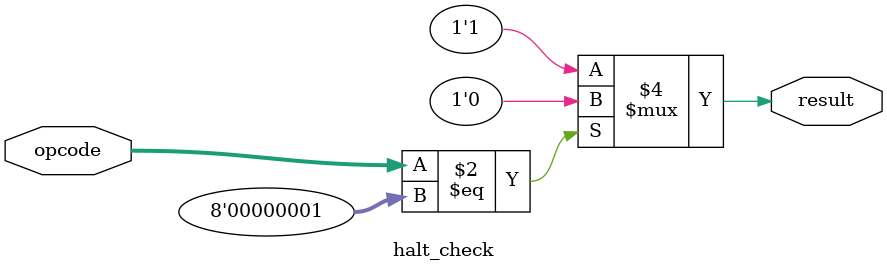
<source format=sv>
module halt_check # (
    parameter OPCODE_SIZE = 8
) (
    input wire [OPCODE_SIZE-1:0] opcode,
    output reg result
);

    // if instruction == halt then
    //      disable execution driver
    // else
    //      enable execution driver

    always_comb begin
        
        if (opcode == 8'h01) begin
            result = 0;
        end else begin
            result = 1;
        end

    end


endmodule
</source>
